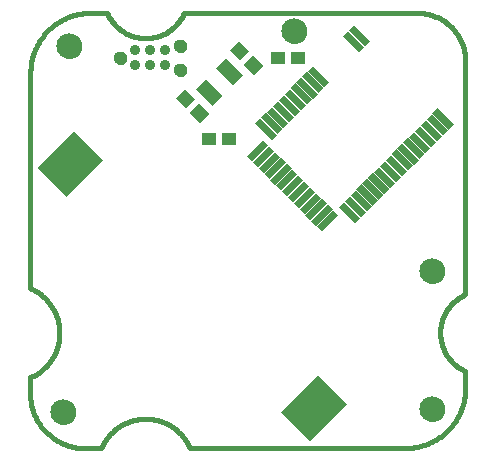
<source format=gts>
G75*
%MOIN*%
%OFA0B0*%
%FSLAX25Y25*%
%IPPOS*%
%LPD*%
%AMOC8*
5,1,8,0,0,1.08239X$1,22.5*
%
%ADD10C,0.00000*%
%ADD11C,0.08400*%
%ADD12C,0.01600*%
%ADD13R,0.17400X0.13400*%
%ADD14C,0.03500*%
%ADD15C,0.04400*%
%ADD16R,0.07683X0.02369*%
%ADD17R,0.02369X0.07683*%
%ADD18R,0.04731X0.04337*%
%ADD19R,0.04731X0.07880*%
D10*
X0027475Y0032412D02*
X0027477Y0032538D01*
X0027483Y0032664D01*
X0027493Y0032790D01*
X0027507Y0032916D01*
X0027525Y0033041D01*
X0027547Y0033165D01*
X0027572Y0033289D01*
X0027602Y0033412D01*
X0027635Y0033533D01*
X0027673Y0033654D01*
X0027714Y0033773D01*
X0027759Y0033892D01*
X0027807Y0034008D01*
X0027859Y0034123D01*
X0027915Y0034236D01*
X0027975Y0034348D01*
X0028038Y0034457D01*
X0028104Y0034565D01*
X0028173Y0034670D01*
X0028246Y0034773D01*
X0028323Y0034874D01*
X0028402Y0034972D01*
X0028484Y0035068D01*
X0028570Y0035161D01*
X0028658Y0035252D01*
X0028749Y0035339D01*
X0028843Y0035424D01*
X0028939Y0035505D01*
X0029038Y0035584D01*
X0029139Y0035659D01*
X0029243Y0035731D01*
X0029349Y0035800D01*
X0029457Y0035866D01*
X0029567Y0035928D01*
X0029679Y0035986D01*
X0029792Y0036041D01*
X0029908Y0036092D01*
X0030025Y0036140D01*
X0030143Y0036184D01*
X0030263Y0036224D01*
X0030384Y0036260D01*
X0030506Y0036293D01*
X0030629Y0036322D01*
X0030753Y0036346D01*
X0030877Y0036367D01*
X0031002Y0036384D01*
X0031128Y0036397D01*
X0031254Y0036406D01*
X0031380Y0036411D01*
X0031507Y0036412D01*
X0031633Y0036409D01*
X0031759Y0036402D01*
X0031885Y0036391D01*
X0032010Y0036376D01*
X0032135Y0036357D01*
X0032259Y0036334D01*
X0032383Y0036308D01*
X0032505Y0036277D01*
X0032627Y0036243D01*
X0032747Y0036204D01*
X0032866Y0036162D01*
X0032984Y0036117D01*
X0033100Y0036067D01*
X0033215Y0036014D01*
X0033327Y0035957D01*
X0033438Y0035897D01*
X0033547Y0035833D01*
X0033654Y0035766D01*
X0033759Y0035696D01*
X0033862Y0035622D01*
X0033962Y0035545D01*
X0034060Y0035465D01*
X0034155Y0035382D01*
X0034247Y0035296D01*
X0034337Y0035207D01*
X0034424Y0035115D01*
X0034507Y0035021D01*
X0034588Y0034924D01*
X0034666Y0034824D01*
X0034741Y0034722D01*
X0034812Y0034618D01*
X0034880Y0034511D01*
X0034944Y0034403D01*
X0035005Y0034292D01*
X0035063Y0034180D01*
X0035117Y0034066D01*
X0035167Y0033950D01*
X0035214Y0033833D01*
X0035257Y0033714D01*
X0035296Y0033594D01*
X0035332Y0033473D01*
X0035363Y0033350D01*
X0035391Y0033227D01*
X0035415Y0033103D01*
X0035435Y0032978D01*
X0035451Y0032853D01*
X0035463Y0032727D01*
X0035471Y0032601D01*
X0035475Y0032475D01*
X0035475Y0032349D01*
X0035471Y0032223D01*
X0035463Y0032097D01*
X0035451Y0031971D01*
X0035435Y0031846D01*
X0035415Y0031721D01*
X0035391Y0031597D01*
X0035363Y0031474D01*
X0035332Y0031351D01*
X0035296Y0031230D01*
X0035257Y0031110D01*
X0035214Y0030991D01*
X0035167Y0030874D01*
X0035117Y0030758D01*
X0035063Y0030644D01*
X0035005Y0030532D01*
X0034944Y0030421D01*
X0034880Y0030313D01*
X0034812Y0030206D01*
X0034741Y0030102D01*
X0034666Y0030000D01*
X0034588Y0029900D01*
X0034507Y0029803D01*
X0034424Y0029709D01*
X0034337Y0029617D01*
X0034247Y0029528D01*
X0034155Y0029442D01*
X0034060Y0029359D01*
X0033962Y0029279D01*
X0033862Y0029202D01*
X0033759Y0029128D01*
X0033654Y0029058D01*
X0033547Y0028991D01*
X0033438Y0028927D01*
X0033327Y0028867D01*
X0033215Y0028810D01*
X0033100Y0028757D01*
X0032984Y0028707D01*
X0032866Y0028662D01*
X0032747Y0028620D01*
X0032627Y0028581D01*
X0032505Y0028547D01*
X0032383Y0028516D01*
X0032259Y0028490D01*
X0032135Y0028467D01*
X0032010Y0028448D01*
X0031885Y0028433D01*
X0031759Y0028422D01*
X0031633Y0028415D01*
X0031507Y0028412D01*
X0031380Y0028413D01*
X0031254Y0028418D01*
X0031128Y0028427D01*
X0031002Y0028440D01*
X0030877Y0028457D01*
X0030753Y0028478D01*
X0030629Y0028502D01*
X0030506Y0028531D01*
X0030384Y0028564D01*
X0030263Y0028600D01*
X0030143Y0028640D01*
X0030025Y0028684D01*
X0029908Y0028732D01*
X0029792Y0028783D01*
X0029679Y0028838D01*
X0029567Y0028896D01*
X0029457Y0028958D01*
X0029349Y0029024D01*
X0029243Y0029093D01*
X0029139Y0029165D01*
X0029038Y0029240D01*
X0028939Y0029319D01*
X0028843Y0029400D01*
X0028749Y0029485D01*
X0028658Y0029572D01*
X0028570Y0029663D01*
X0028484Y0029756D01*
X0028402Y0029852D01*
X0028323Y0029950D01*
X0028246Y0030051D01*
X0028173Y0030154D01*
X0028104Y0030259D01*
X0028038Y0030367D01*
X0027975Y0030476D01*
X0027915Y0030588D01*
X0027859Y0030701D01*
X0027807Y0030816D01*
X0027759Y0030932D01*
X0027714Y0031051D01*
X0027673Y0031170D01*
X0027635Y0031291D01*
X0027602Y0031412D01*
X0027572Y0031535D01*
X0027547Y0031659D01*
X0027525Y0031783D01*
X0027507Y0031908D01*
X0027493Y0032034D01*
X0027483Y0032160D01*
X0027477Y0032286D01*
X0027475Y0032412D01*
X0068475Y0146412D02*
X0068477Y0146501D01*
X0068483Y0146590D01*
X0068493Y0146679D01*
X0068507Y0146767D01*
X0068524Y0146854D01*
X0068546Y0146940D01*
X0068572Y0147026D01*
X0068601Y0147110D01*
X0068634Y0147193D01*
X0068670Y0147274D01*
X0068711Y0147354D01*
X0068754Y0147431D01*
X0068801Y0147507D01*
X0068852Y0147580D01*
X0068905Y0147651D01*
X0068962Y0147720D01*
X0069022Y0147786D01*
X0069085Y0147850D01*
X0069150Y0147910D01*
X0069218Y0147968D01*
X0069289Y0148022D01*
X0069362Y0148073D01*
X0069437Y0148121D01*
X0069514Y0148166D01*
X0069593Y0148207D01*
X0069674Y0148244D01*
X0069756Y0148278D01*
X0069840Y0148309D01*
X0069925Y0148335D01*
X0070011Y0148358D01*
X0070098Y0148376D01*
X0070186Y0148391D01*
X0070275Y0148402D01*
X0070364Y0148409D01*
X0070453Y0148412D01*
X0070542Y0148411D01*
X0070631Y0148406D01*
X0070719Y0148397D01*
X0070808Y0148384D01*
X0070895Y0148367D01*
X0070982Y0148347D01*
X0071068Y0148322D01*
X0071152Y0148294D01*
X0071235Y0148262D01*
X0071317Y0148226D01*
X0071397Y0148187D01*
X0071475Y0148144D01*
X0071551Y0148098D01*
X0071625Y0148048D01*
X0071697Y0147995D01*
X0071766Y0147939D01*
X0071833Y0147880D01*
X0071897Y0147818D01*
X0071958Y0147754D01*
X0072017Y0147686D01*
X0072072Y0147616D01*
X0072124Y0147544D01*
X0072173Y0147469D01*
X0072218Y0147393D01*
X0072260Y0147314D01*
X0072298Y0147234D01*
X0072333Y0147152D01*
X0072364Y0147068D01*
X0072392Y0146983D01*
X0072415Y0146897D01*
X0072435Y0146810D01*
X0072451Y0146723D01*
X0072463Y0146634D01*
X0072471Y0146546D01*
X0072475Y0146457D01*
X0072475Y0146367D01*
X0072471Y0146278D01*
X0072463Y0146190D01*
X0072451Y0146101D01*
X0072435Y0146014D01*
X0072415Y0145927D01*
X0072392Y0145841D01*
X0072364Y0145756D01*
X0072333Y0145672D01*
X0072298Y0145590D01*
X0072260Y0145510D01*
X0072218Y0145431D01*
X0072173Y0145355D01*
X0072124Y0145280D01*
X0072072Y0145208D01*
X0072017Y0145138D01*
X0071958Y0145070D01*
X0071897Y0145006D01*
X0071833Y0144944D01*
X0071766Y0144885D01*
X0071697Y0144829D01*
X0071625Y0144776D01*
X0071551Y0144726D01*
X0071475Y0144680D01*
X0071397Y0144637D01*
X0071317Y0144598D01*
X0071235Y0144562D01*
X0071152Y0144530D01*
X0071068Y0144502D01*
X0070982Y0144477D01*
X0070895Y0144457D01*
X0070808Y0144440D01*
X0070719Y0144427D01*
X0070631Y0144418D01*
X0070542Y0144413D01*
X0070453Y0144412D01*
X0070364Y0144415D01*
X0070275Y0144422D01*
X0070186Y0144433D01*
X0070098Y0144448D01*
X0070011Y0144466D01*
X0069925Y0144489D01*
X0069840Y0144515D01*
X0069756Y0144546D01*
X0069674Y0144580D01*
X0069593Y0144617D01*
X0069514Y0144658D01*
X0069437Y0144703D01*
X0069362Y0144751D01*
X0069289Y0144802D01*
X0069218Y0144856D01*
X0069150Y0144914D01*
X0069085Y0144974D01*
X0069022Y0145038D01*
X0068962Y0145104D01*
X0068905Y0145173D01*
X0068852Y0145244D01*
X0068801Y0145317D01*
X0068754Y0145393D01*
X0068711Y0145470D01*
X0068670Y0145550D01*
X0068634Y0145631D01*
X0068601Y0145714D01*
X0068572Y0145798D01*
X0068546Y0145884D01*
X0068524Y0145970D01*
X0068507Y0146057D01*
X0068493Y0146145D01*
X0068483Y0146234D01*
X0068477Y0146323D01*
X0068475Y0146412D01*
X0068475Y0154412D02*
X0068477Y0154501D01*
X0068483Y0154590D01*
X0068493Y0154679D01*
X0068507Y0154767D01*
X0068524Y0154854D01*
X0068546Y0154940D01*
X0068572Y0155026D01*
X0068601Y0155110D01*
X0068634Y0155193D01*
X0068670Y0155274D01*
X0068711Y0155354D01*
X0068754Y0155431D01*
X0068801Y0155507D01*
X0068852Y0155580D01*
X0068905Y0155651D01*
X0068962Y0155720D01*
X0069022Y0155786D01*
X0069085Y0155850D01*
X0069150Y0155910D01*
X0069218Y0155968D01*
X0069289Y0156022D01*
X0069362Y0156073D01*
X0069437Y0156121D01*
X0069514Y0156166D01*
X0069593Y0156207D01*
X0069674Y0156244D01*
X0069756Y0156278D01*
X0069840Y0156309D01*
X0069925Y0156335D01*
X0070011Y0156358D01*
X0070098Y0156376D01*
X0070186Y0156391D01*
X0070275Y0156402D01*
X0070364Y0156409D01*
X0070453Y0156412D01*
X0070542Y0156411D01*
X0070631Y0156406D01*
X0070719Y0156397D01*
X0070808Y0156384D01*
X0070895Y0156367D01*
X0070982Y0156347D01*
X0071068Y0156322D01*
X0071152Y0156294D01*
X0071235Y0156262D01*
X0071317Y0156226D01*
X0071397Y0156187D01*
X0071475Y0156144D01*
X0071551Y0156098D01*
X0071625Y0156048D01*
X0071697Y0155995D01*
X0071766Y0155939D01*
X0071833Y0155880D01*
X0071897Y0155818D01*
X0071958Y0155754D01*
X0072017Y0155686D01*
X0072072Y0155616D01*
X0072124Y0155544D01*
X0072173Y0155469D01*
X0072218Y0155393D01*
X0072260Y0155314D01*
X0072298Y0155234D01*
X0072333Y0155152D01*
X0072364Y0155068D01*
X0072392Y0154983D01*
X0072415Y0154897D01*
X0072435Y0154810D01*
X0072451Y0154723D01*
X0072463Y0154634D01*
X0072471Y0154546D01*
X0072475Y0154457D01*
X0072475Y0154367D01*
X0072471Y0154278D01*
X0072463Y0154190D01*
X0072451Y0154101D01*
X0072435Y0154014D01*
X0072415Y0153927D01*
X0072392Y0153841D01*
X0072364Y0153756D01*
X0072333Y0153672D01*
X0072298Y0153590D01*
X0072260Y0153510D01*
X0072218Y0153431D01*
X0072173Y0153355D01*
X0072124Y0153280D01*
X0072072Y0153208D01*
X0072017Y0153138D01*
X0071958Y0153070D01*
X0071897Y0153006D01*
X0071833Y0152944D01*
X0071766Y0152885D01*
X0071697Y0152829D01*
X0071625Y0152776D01*
X0071551Y0152726D01*
X0071475Y0152680D01*
X0071397Y0152637D01*
X0071317Y0152598D01*
X0071235Y0152562D01*
X0071152Y0152530D01*
X0071068Y0152502D01*
X0070982Y0152477D01*
X0070895Y0152457D01*
X0070808Y0152440D01*
X0070719Y0152427D01*
X0070631Y0152418D01*
X0070542Y0152413D01*
X0070453Y0152412D01*
X0070364Y0152415D01*
X0070275Y0152422D01*
X0070186Y0152433D01*
X0070098Y0152448D01*
X0070011Y0152466D01*
X0069925Y0152489D01*
X0069840Y0152515D01*
X0069756Y0152546D01*
X0069674Y0152580D01*
X0069593Y0152617D01*
X0069514Y0152658D01*
X0069437Y0152703D01*
X0069362Y0152751D01*
X0069289Y0152802D01*
X0069218Y0152856D01*
X0069150Y0152914D01*
X0069085Y0152974D01*
X0069022Y0153038D01*
X0068962Y0153104D01*
X0068905Y0153173D01*
X0068852Y0153244D01*
X0068801Y0153317D01*
X0068754Y0153393D01*
X0068711Y0153470D01*
X0068670Y0153550D01*
X0068634Y0153631D01*
X0068601Y0153714D01*
X0068572Y0153798D01*
X0068546Y0153884D01*
X0068524Y0153970D01*
X0068507Y0154057D01*
X0068493Y0154145D01*
X0068483Y0154234D01*
X0068477Y0154323D01*
X0068475Y0154412D01*
X0048475Y0150412D02*
X0048477Y0150501D01*
X0048483Y0150590D01*
X0048493Y0150679D01*
X0048507Y0150767D01*
X0048524Y0150854D01*
X0048546Y0150940D01*
X0048572Y0151026D01*
X0048601Y0151110D01*
X0048634Y0151193D01*
X0048670Y0151274D01*
X0048711Y0151354D01*
X0048754Y0151431D01*
X0048801Y0151507D01*
X0048852Y0151580D01*
X0048905Y0151651D01*
X0048962Y0151720D01*
X0049022Y0151786D01*
X0049085Y0151850D01*
X0049150Y0151910D01*
X0049218Y0151968D01*
X0049289Y0152022D01*
X0049362Y0152073D01*
X0049437Y0152121D01*
X0049514Y0152166D01*
X0049593Y0152207D01*
X0049674Y0152244D01*
X0049756Y0152278D01*
X0049840Y0152309D01*
X0049925Y0152335D01*
X0050011Y0152358D01*
X0050098Y0152376D01*
X0050186Y0152391D01*
X0050275Y0152402D01*
X0050364Y0152409D01*
X0050453Y0152412D01*
X0050542Y0152411D01*
X0050631Y0152406D01*
X0050719Y0152397D01*
X0050808Y0152384D01*
X0050895Y0152367D01*
X0050982Y0152347D01*
X0051068Y0152322D01*
X0051152Y0152294D01*
X0051235Y0152262D01*
X0051317Y0152226D01*
X0051397Y0152187D01*
X0051475Y0152144D01*
X0051551Y0152098D01*
X0051625Y0152048D01*
X0051697Y0151995D01*
X0051766Y0151939D01*
X0051833Y0151880D01*
X0051897Y0151818D01*
X0051958Y0151754D01*
X0052017Y0151686D01*
X0052072Y0151616D01*
X0052124Y0151544D01*
X0052173Y0151469D01*
X0052218Y0151393D01*
X0052260Y0151314D01*
X0052298Y0151234D01*
X0052333Y0151152D01*
X0052364Y0151068D01*
X0052392Y0150983D01*
X0052415Y0150897D01*
X0052435Y0150810D01*
X0052451Y0150723D01*
X0052463Y0150634D01*
X0052471Y0150546D01*
X0052475Y0150457D01*
X0052475Y0150367D01*
X0052471Y0150278D01*
X0052463Y0150190D01*
X0052451Y0150101D01*
X0052435Y0150014D01*
X0052415Y0149927D01*
X0052392Y0149841D01*
X0052364Y0149756D01*
X0052333Y0149672D01*
X0052298Y0149590D01*
X0052260Y0149510D01*
X0052218Y0149431D01*
X0052173Y0149355D01*
X0052124Y0149280D01*
X0052072Y0149208D01*
X0052017Y0149138D01*
X0051958Y0149070D01*
X0051897Y0149006D01*
X0051833Y0148944D01*
X0051766Y0148885D01*
X0051697Y0148829D01*
X0051625Y0148776D01*
X0051551Y0148726D01*
X0051475Y0148680D01*
X0051397Y0148637D01*
X0051317Y0148598D01*
X0051235Y0148562D01*
X0051152Y0148530D01*
X0051068Y0148502D01*
X0050982Y0148477D01*
X0050895Y0148457D01*
X0050808Y0148440D01*
X0050719Y0148427D01*
X0050631Y0148418D01*
X0050542Y0148413D01*
X0050453Y0148412D01*
X0050364Y0148415D01*
X0050275Y0148422D01*
X0050186Y0148433D01*
X0050098Y0148448D01*
X0050011Y0148466D01*
X0049925Y0148489D01*
X0049840Y0148515D01*
X0049756Y0148546D01*
X0049674Y0148580D01*
X0049593Y0148617D01*
X0049514Y0148658D01*
X0049437Y0148703D01*
X0049362Y0148751D01*
X0049289Y0148802D01*
X0049218Y0148856D01*
X0049150Y0148914D01*
X0049085Y0148974D01*
X0049022Y0149038D01*
X0048962Y0149104D01*
X0048905Y0149173D01*
X0048852Y0149244D01*
X0048801Y0149317D01*
X0048754Y0149393D01*
X0048711Y0149470D01*
X0048670Y0149550D01*
X0048634Y0149631D01*
X0048601Y0149714D01*
X0048572Y0149798D01*
X0048546Y0149884D01*
X0048524Y0149970D01*
X0048507Y0150057D01*
X0048493Y0150145D01*
X0048483Y0150234D01*
X0048477Y0150323D01*
X0048475Y0150412D01*
X0029475Y0154412D02*
X0029477Y0154538D01*
X0029483Y0154664D01*
X0029493Y0154790D01*
X0029507Y0154916D01*
X0029525Y0155041D01*
X0029547Y0155165D01*
X0029572Y0155289D01*
X0029602Y0155412D01*
X0029635Y0155533D01*
X0029673Y0155654D01*
X0029714Y0155773D01*
X0029759Y0155892D01*
X0029807Y0156008D01*
X0029859Y0156123D01*
X0029915Y0156236D01*
X0029975Y0156348D01*
X0030038Y0156457D01*
X0030104Y0156565D01*
X0030173Y0156670D01*
X0030246Y0156773D01*
X0030323Y0156874D01*
X0030402Y0156972D01*
X0030484Y0157068D01*
X0030570Y0157161D01*
X0030658Y0157252D01*
X0030749Y0157339D01*
X0030843Y0157424D01*
X0030939Y0157505D01*
X0031038Y0157584D01*
X0031139Y0157659D01*
X0031243Y0157731D01*
X0031349Y0157800D01*
X0031457Y0157866D01*
X0031567Y0157928D01*
X0031679Y0157986D01*
X0031792Y0158041D01*
X0031908Y0158092D01*
X0032025Y0158140D01*
X0032143Y0158184D01*
X0032263Y0158224D01*
X0032384Y0158260D01*
X0032506Y0158293D01*
X0032629Y0158322D01*
X0032753Y0158346D01*
X0032877Y0158367D01*
X0033002Y0158384D01*
X0033128Y0158397D01*
X0033254Y0158406D01*
X0033380Y0158411D01*
X0033507Y0158412D01*
X0033633Y0158409D01*
X0033759Y0158402D01*
X0033885Y0158391D01*
X0034010Y0158376D01*
X0034135Y0158357D01*
X0034259Y0158334D01*
X0034383Y0158308D01*
X0034505Y0158277D01*
X0034627Y0158243D01*
X0034747Y0158204D01*
X0034866Y0158162D01*
X0034984Y0158117D01*
X0035100Y0158067D01*
X0035215Y0158014D01*
X0035327Y0157957D01*
X0035438Y0157897D01*
X0035547Y0157833D01*
X0035654Y0157766D01*
X0035759Y0157696D01*
X0035862Y0157622D01*
X0035962Y0157545D01*
X0036060Y0157465D01*
X0036155Y0157382D01*
X0036247Y0157296D01*
X0036337Y0157207D01*
X0036424Y0157115D01*
X0036507Y0157021D01*
X0036588Y0156924D01*
X0036666Y0156824D01*
X0036741Y0156722D01*
X0036812Y0156618D01*
X0036880Y0156511D01*
X0036944Y0156403D01*
X0037005Y0156292D01*
X0037063Y0156180D01*
X0037117Y0156066D01*
X0037167Y0155950D01*
X0037214Y0155833D01*
X0037257Y0155714D01*
X0037296Y0155594D01*
X0037332Y0155473D01*
X0037363Y0155350D01*
X0037391Y0155227D01*
X0037415Y0155103D01*
X0037435Y0154978D01*
X0037451Y0154853D01*
X0037463Y0154727D01*
X0037471Y0154601D01*
X0037475Y0154475D01*
X0037475Y0154349D01*
X0037471Y0154223D01*
X0037463Y0154097D01*
X0037451Y0153971D01*
X0037435Y0153846D01*
X0037415Y0153721D01*
X0037391Y0153597D01*
X0037363Y0153474D01*
X0037332Y0153351D01*
X0037296Y0153230D01*
X0037257Y0153110D01*
X0037214Y0152991D01*
X0037167Y0152874D01*
X0037117Y0152758D01*
X0037063Y0152644D01*
X0037005Y0152532D01*
X0036944Y0152421D01*
X0036880Y0152313D01*
X0036812Y0152206D01*
X0036741Y0152102D01*
X0036666Y0152000D01*
X0036588Y0151900D01*
X0036507Y0151803D01*
X0036424Y0151709D01*
X0036337Y0151617D01*
X0036247Y0151528D01*
X0036155Y0151442D01*
X0036060Y0151359D01*
X0035962Y0151279D01*
X0035862Y0151202D01*
X0035759Y0151128D01*
X0035654Y0151058D01*
X0035547Y0150991D01*
X0035438Y0150927D01*
X0035327Y0150867D01*
X0035215Y0150810D01*
X0035100Y0150757D01*
X0034984Y0150707D01*
X0034866Y0150662D01*
X0034747Y0150620D01*
X0034627Y0150581D01*
X0034505Y0150547D01*
X0034383Y0150516D01*
X0034259Y0150490D01*
X0034135Y0150467D01*
X0034010Y0150448D01*
X0033885Y0150433D01*
X0033759Y0150422D01*
X0033633Y0150415D01*
X0033507Y0150412D01*
X0033380Y0150413D01*
X0033254Y0150418D01*
X0033128Y0150427D01*
X0033002Y0150440D01*
X0032877Y0150457D01*
X0032753Y0150478D01*
X0032629Y0150502D01*
X0032506Y0150531D01*
X0032384Y0150564D01*
X0032263Y0150600D01*
X0032143Y0150640D01*
X0032025Y0150684D01*
X0031908Y0150732D01*
X0031792Y0150783D01*
X0031679Y0150838D01*
X0031567Y0150896D01*
X0031457Y0150958D01*
X0031349Y0151024D01*
X0031243Y0151093D01*
X0031139Y0151165D01*
X0031038Y0151240D01*
X0030939Y0151319D01*
X0030843Y0151400D01*
X0030749Y0151485D01*
X0030658Y0151572D01*
X0030570Y0151663D01*
X0030484Y0151756D01*
X0030402Y0151852D01*
X0030323Y0151950D01*
X0030246Y0152051D01*
X0030173Y0152154D01*
X0030104Y0152259D01*
X0030038Y0152367D01*
X0029975Y0152476D01*
X0029915Y0152588D01*
X0029859Y0152701D01*
X0029807Y0152816D01*
X0029759Y0152932D01*
X0029714Y0153051D01*
X0029673Y0153170D01*
X0029635Y0153291D01*
X0029602Y0153412D01*
X0029572Y0153535D01*
X0029547Y0153659D01*
X0029525Y0153783D01*
X0029507Y0153908D01*
X0029493Y0154034D01*
X0029483Y0154160D01*
X0029477Y0154286D01*
X0029475Y0154412D01*
X0104475Y0159412D02*
X0104477Y0159538D01*
X0104483Y0159664D01*
X0104493Y0159790D01*
X0104507Y0159916D01*
X0104525Y0160041D01*
X0104547Y0160165D01*
X0104572Y0160289D01*
X0104602Y0160412D01*
X0104635Y0160533D01*
X0104673Y0160654D01*
X0104714Y0160773D01*
X0104759Y0160892D01*
X0104807Y0161008D01*
X0104859Y0161123D01*
X0104915Y0161236D01*
X0104975Y0161348D01*
X0105038Y0161457D01*
X0105104Y0161565D01*
X0105173Y0161670D01*
X0105246Y0161773D01*
X0105323Y0161874D01*
X0105402Y0161972D01*
X0105484Y0162068D01*
X0105570Y0162161D01*
X0105658Y0162252D01*
X0105749Y0162339D01*
X0105843Y0162424D01*
X0105939Y0162505D01*
X0106038Y0162584D01*
X0106139Y0162659D01*
X0106243Y0162731D01*
X0106349Y0162800D01*
X0106457Y0162866D01*
X0106567Y0162928D01*
X0106679Y0162986D01*
X0106792Y0163041D01*
X0106908Y0163092D01*
X0107025Y0163140D01*
X0107143Y0163184D01*
X0107263Y0163224D01*
X0107384Y0163260D01*
X0107506Y0163293D01*
X0107629Y0163322D01*
X0107753Y0163346D01*
X0107877Y0163367D01*
X0108002Y0163384D01*
X0108128Y0163397D01*
X0108254Y0163406D01*
X0108380Y0163411D01*
X0108507Y0163412D01*
X0108633Y0163409D01*
X0108759Y0163402D01*
X0108885Y0163391D01*
X0109010Y0163376D01*
X0109135Y0163357D01*
X0109259Y0163334D01*
X0109383Y0163308D01*
X0109505Y0163277D01*
X0109627Y0163243D01*
X0109747Y0163204D01*
X0109866Y0163162D01*
X0109984Y0163117D01*
X0110100Y0163067D01*
X0110215Y0163014D01*
X0110327Y0162957D01*
X0110438Y0162897D01*
X0110547Y0162833D01*
X0110654Y0162766D01*
X0110759Y0162696D01*
X0110862Y0162622D01*
X0110962Y0162545D01*
X0111060Y0162465D01*
X0111155Y0162382D01*
X0111247Y0162296D01*
X0111337Y0162207D01*
X0111424Y0162115D01*
X0111507Y0162021D01*
X0111588Y0161924D01*
X0111666Y0161824D01*
X0111741Y0161722D01*
X0111812Y0161618D01*
X0111880Y0161511D01*
X0111944Y0161403D01*
X0112005Y0161292D01*
X0112063Y0161180D01*
X0112117Y0161066D01*
X0112167Y0160950D01*
X0112214Y0160833D01*
X0112257Y0160714D01*
X0112296Y0160594D01*
X0112332Y0160473D01*
X0112363Y0160350D01*
X0112391Y0160227D01*
X0112415Y0160103D01*
X0112435Y0159978D01*
X0112451Y0159853D01*
X0112463Y0159727D01*
X0112471Y0159601D01*
X0112475Y0159475D01*
X0112475Y0159349D01*
X0112471Y0159223D01*
X0112463Y0159097D01*
X0112451Y0158971D01*
X0112435Y0158846D01*
X0112415Y0158721D01*
X0112391Y0158597D01*
X0112363Y0158474D01*
X0112332Y0158351D01*
X0112296Y0158230D01*
X0112257Y0158110D01*
X0112214Y0157991D01*
X0112167Y0157874D01*
X0112117Y0157758D01*
X0112063Y0157644D01*
X0112005Y0157532D01*
X0111944Y0157421D01*
X0111880Y0157313D01*
X0111812Y0157206D01*
X0111741Y0157102D01*
X0111666Y0157000D01*
X0111588Y0156900D01*
X0111507Y0156803D01*
X0111424Y0156709D01*
X0111337Y0156617D01*
X0111247Y0156528D01*
X0111155Y0156442D01*
X0111060Y0156359D01*
X0110962Y0156279D01*
X0110862Y0156202D01*
X0110759Y0156128D01*
X0110654Y0156058D01*
X0110547Y0155991D01*
X0110438Y0155927D01*
X0110327Y0155867D01*
X0110215Y0155810D01*
X0110100Y0155757D01*
X0109984Y0155707D01*
X0109866Y0155662D01*
X0109747Y0155620D01*
X0109627Y0155581D01*
X0109505Y0155547D01*
X0109383Y0155516D01*
X0109259Y0155490D01*
X0109135Y0155467D01*
X0109010Y0155448D01*
X0108885Y0155433D01*
X0108759Y0155422D01*
X0108633Y0155415D01*
X0108507Y0155412D01*
X0108380Y0155413D01*
X0108254Y0155418D01*
X0108128Y0155427D01*
X0108002Y0155440D01*
X0107877Y0155457D01*
X0107753Y0155478D01*
X0107629Y0155502D01*
X0107506Y0155531D01*
X0107384Y0155564D01*
X0107263Y0155600D01*
X0107143Y0155640D01*
X0107025Y0155684D01*
X0106908Y0155732D01*
X0106792Y0155783D01*
X0106679Y0155838D01*
X0106567Y0155896D01*
X0106457Y0155958D01*
X0106349Y0156024D01*
X0106243Y0156093D01*
X0106139Y0156165D01*
X0106038Y0156240D01*
X0105939Y0156319D01*
X0105843Y0156400D01*
X0105749Y0156485D01*
X0105658Y0156572D01*
X0105570Y0156663D01*
X0105484Y0156756D01*
X0105402Y0156852D01*
X0105323Y0156950D01*
X0105246Y0157051D01*
X0105173Y0157154D01*
X0105104Y0157259D01*
X0105038Y0157367D01*
X0104975Y0157476D01*
X0104915Y0157588D01*
X0104859Y0157701D01*
X0104807Y0157816D01*
X0104759Y0157932D01*
X0104714Y0158051D01*
X0104673Y0158170D01*
X0104635Y0158291D01*
X0104602Y0158412D01*
X0104572Y0158535D01*
X0104547Y0158659D01*
X0104525Y0158783D01*
X0104507Y0158908D01*
X0104493Y0159034D01*
X0104483Y0159160D01*
X0104477Y0159286D01*
X0104475Y0159412D01*
X0150475Y0079412D02*
X0150477Y0079538D01*
X0150483Y0079664D01*
X0150493Y0079790D01*
X0150507Y0079916D01*
X0150525Y0080041D01*
X0150547Y0080165D01*
X0150572Y0080289D01*
X0150602Y0080412D01*
X0150635Y0080533D01*
X0150673Y0080654D01*
X0150714Y0080773D01*
X0150759Y0080892D01*
X0150807Y0081008D01*
X0150859Y0081123D01*
X0150915Y0081236D01*
X0150975Y0081348D01*
X0151038Y0081457D01*
X0151104Y0081565D01*
X0151173Y0081670D01*
X0151246Y0081773D01*
X0151323Y0081874D01*
X0151402Y0081972D01*
X0151484Y0082068D01*
X0151570Y0082161D01*
X0151658Y0082252D01*
X0151749Y0082339D01*
X0151843Y0082424D01*
X0151939Y0082505D01*
X0152038Y0082584D01*
X0152139Y0082659D01*
X0152243Y0082731D01*
X0152349Y0082800D01*
X0152457Y0082866D01*
X0152567Y0082928D01*
X0152679Y0082986D01*
X0152792Y0083041D01*
X0152908Y0083092D01*
X0153025Y0083140D01*
X0153143Y0083184D01*
X0153263Y0083224D01*
X0153384Y0083260D01*
X0153506Y0083293D01*
X0153629Y0083322D01*
X0153753Y0083346D01*
X0153877Y0083367D01*
X0154002Y0083384D01*
X0154128Y0083397D01*
X0154254Y0083406D01*
X0154380Y0083411D01*
X0154507Y0083412D01*
X0154633Y0083409D01*
X0154759Y0083402D01*
X0154885Y0083391D01*
X0155010Y0083376D01*
X0155135Y0083357D01*
X0155259Y0083334D01*
X0155383Y0083308D01*
X0155505Y0083277D01*
X0155627Y0083243D01*
X0155747Y0083204D01*
X0155866Y0083162D01*
X0155984Y0083117D01*
X0156100Y0083067D01*
X0156215Y0083014D01*
X0156327Y0082957D01*
X0156438Y0082897D01*
X0156547Y0082833D01*
X0156654Y0082766D01*
X0156759Y0082696D01*
X0156862Y0082622D01*
X0156962Y0082545D01*
X0157060Y0082465D01*
X0157155Y0082382D01*
X0157247Y0082296D01*
X0157337Y0082207D01*
X0157424Y0082115D01*
X0157507Y0082021D01*
X0157588Y0081924D01*
X0157666Y0081824D01*
X0157741Y0081722D01*
X0157812Y0081618D01*
X0157880Y0081511D01*
X0157944Y0081403D01*
X0158005Y0081292D01*
X0158063Y0081180D01*
X0158117Y0081066D01*
X0158167Y0080950D01*
X0158214Y0080833D01*
X0158257Y0080714D01*
X0158296Y0080594D01*
X0158332Y0080473D01*
X0158363Y0080350D01*
X0158391Y0080227D01*
X0158415Y0080103D01*
X0158435Y0079978D01*
X0158451Y0079853D01*
X0158463Y0079727D01*
X0158471Y0079601D01*
X0158475Y0079475D01*
X0158475Y0079349D01*
X0158471Y0079223D01*
X0158463Y0079097D01*
X0158451Y0078971D01*
X0158435Y0078846D01*
X0158415Y0078721D01*
X0158391Y0078597D01*
X0158363Y0078474D01*
X0158332Y0078351D01*
X0158296Y0078230D01*
X0158257Y0078110D01*
X0158214Y0077991D01*
X0158167Y0077874D01*
X0158117Y0077758D01*
X0158063Y0077644D01*
X0158005Y0077532D01*
X0157944Y0077421D01*
X0157880Y0077313D01*
X0157812Y0077206D01*
X0157741Y0077102D01*
X0157666Y0077000D01*
X0157588Y0076900D01*
X0157507Y0076803D01*
X0157424Y0076709D01*
X0157337Y0076617D01*
X0157247Y0076528D01*
X0157155Y0076442D01*
X0157060Y0076359D01*
X0156962Y0076279D01*
X0156862Y0076202D01*
X0156759Y0076128D01*
X0156654Y0076058D01*
X0156547Y0075991D01*
X0156438Y0075927D01*
X0156327Y0075867D01*
X0156215Y0075810D01*
X0156100Y0075757D01*
X0155984Y0075707D01*
X0155866Y0075662D01*
X0155747Y0075620D01*
X0155627Y0075581D01*
X0155505Y0075547D01*
X0155383Y0075516D01*
X0155259Y0075490D01*
X0155135Y0075467D01*
X0155010Y0075448D01*
X0154885Y0075433D01*
X0154759Y0075422D01*
X0154633Y0075415D01*
X0154507Y0075412D01*
X0154380Y0075413D01*
X0154254Y0075418D01*
X0154128Y0075427D01*
X0154002Y0075440D01*
X0153877Y0075457D01*
X0153753Y0075478D01*
X0153629Y0075502D01*
X0153506Y0075531D01*
X0153384Y0075564D01*
X0153263Y0075600D01*
X0153143Y0075640D01*
X0153025Y0075684D01*
X0152908Y0075732D01*
X0152792Y0075783D01*
X0152679Y0075838D01*
X0152567Y0075896D01*
X0152457Y0075958D01*
X0152349Y0076024D01*
X0152243Y0076093D01*
X0152139Y0076165D01*
X0152038Y0076240D01*
X0151939Y0076319D01*
X0151843Y0076400D01*
X0151749Y0076485D01*
X0151658Y0076572D01*
X0151570Y0076663D01*
X0151484Y0076756D01*
X0151402Y0076852D01*
X0151323Y0076950D01*
X0151246Y0077051D01*
X0151173Y0077154D01*
X0151104Y0077259D01*
X0151038Y0077367D01*
X0150975Y0077476D01*
X0150915Y0077588D01*
X0150859Y0077701D01*
X0150807Y0077816D01*
X0150759Y0077932D01*
X0150714Y0078051D01*
X0150673Y0078170D01*
X0150635Y0078291D01*
X0150602Y0078412D01*
X0150572Y0078535D01*
X0150547Y0078659D01*
X0150525Y0078783D01*
X0150507Y0078908D01*
X0150493Y0079034D01*
X0150483Y0079160D01*
X0150477Y0079286D01*
X0150475Y0079412D01*
X0150475Y0033412D02*
X0150477Y0033538D01*
X0150483Y0033664D01*
X0150493Y0033790D01*
X0150507Y0033916D01*
X0150525Y0034041D01*
X0150547Y0034165D01*
X0150572Y0034289D01*
X0150602Y0034412D01*
X0150635Y0034533D01*
X0150673Y0034654D01*
X0150714Y0034773D01*
X0150759Y0034892D01*
X0150807Y0035008D01*
X0150859Y0035123D01*
X0150915Y0035236D01*
X0150975Y0035348D01*
X0151038Y0035457D01*
X0151104Y0035565D01*
X0151173Y0035670D01*
X0151246Y0035773D01*
X0151323Y0035874D01*
X0151402Y0035972D01*
X0151484Y0036068D01*
X0151570Y0036161D01*
X0151658Y0036252D01*
X0151749Y0036339D01*
X0151843Y0036424D01*
X0151939Y0036505D01*
X0152038Y0036584D01*
X0152139Y0036659D01*
X0152243Y0036731D01*
X0152349Y0036800D01*
X0152457Y0036866D01*
X0152567Y0036928D01*
X0152679Y0036986D01*
X0152792Y0037041D01*
X0152908Y0037092D01*
X0153025Y0037140D01*
X0153143Y0037184D01*
X0153263Y0037224D01*
X0153384Y0037260D01*
X0153506Y0037293D01*
X0153629Y0037322D01*
X0153753Y0037346D01*
X0153877Y0037367D01*
X0154002Y0037384D01*
X0154128Y0037397D01*
X0154254Y0037406D01*
X0154380Y0037411D01*
X0154507Y0037412D01*
X0154633Y0037409D01*
X0154759Y0037402D01*
X0154885Y0037391D01*
X0155010Y0037376D01*
X0155135Y0037357D01*
X0155259Y0037334D01*
X0155383Y0037308D01*
X0155505Y0037277D01*
X0155627Y0037243D01*
X0155747Y0037204D01*
X0155866Y0037162D01*
X0155984Y0037117D01*
X0156100Y0037067D01*
X0156215Y0037014D01*
X0156327Y0036957D01*
X0156438Y0036897D01*
X0156547Y0036833D01*
X0156654Y0036766D01*
X0156759Y0036696D01*
X0156862Y0036622D01*
X0156962Y0036545D01*
X0157060Y0036465D01*
X0157155Y0036382D01*
X0157247Y0036296D01*
X0157337Y0036207D01*
X0157424Y0036115D01*
X0157507Y0036021D01*
X0157588Y0035924D01*
X0157666Y0035824D01*
X0157741Y0035722D01*
X0157812Y0035618D01*
X0157880Y0035511D01*
X0157944Y0035403D01*
X0158005Y0035292D01*
X0158063Y0035180D01*
X0158117Y0035066D01*
X0158167Y0034950D01*
X0158214Y0034833D01*
X0158257Y0034714D01*
X0158296Y0034594D01*
X0158332Y0034473D01*
X0158363Y0034350D01*
X0158391Y0034227D01*
X0158415Y0034103D01*
X0158435Y0033978D01*
X0158451Y0033853D01*
X0158463Y0033727D01*
X0158471Y0033601D01*
X0158475Y0033475D01*
X0158475Y0033349D01*
X0158471Y0033223D01*
X0158463Y0033097D01*
X0158451Y0032971D01*
X0158435Y0032846D01*
X0158415Y0032721D01*
X0158391Y0032597D01*
X0158363Y0032474D01*
X0158332Y0032351D01*
X0158296Y0032230D01*
X0158257Y0032110D01*
X0158214Y0031991D01*
X0158167Y0031874D01*
X0158117Y0031758D01*
X0158063Y0031644D01*
X0158005Y0031532D01*
X0157944Y0031421D01*
X0157880Y0031313D01*
X0157812Y0031206D01*
X0157741Y0031102D01*
X0157666Y0031000D01*
X0157588Y0030900D01*
X0157507Y0030803D01*
X0157424Y0030709D01*
X0157337Y0030617D01*
X0157247Y0030528D01*
X0157155Y0030442D01*
X0157060Y0030359D01*
X0156962Y0030279D01*
X0156862Y0030202D01*
X0156759Y0030128D01*
X0156654Y0030058D01*
X0156547Y0029991D01*
X0156438Y0029927D01*
X0156327Y0029867D01*
X0156215Y0029810D01*
X0156100Y0029757D01*
X0155984Y0029707D01*
X0155866Y0029662D01*
X0155747Y0029620D01*
X0155627Y0029581D01*
X0155505Y0029547D01*
X0155383Y0029516D01*
X0155259Y0029490D01*
X0155135Y0029467D01*
X0155010Y0029448D01*
X0154885Y0029433D01*
X0154759Y0029422D01*
X0154633Y0029415D01*
X0154507Y0029412D01*
X0154380Y0029413D01*
X0154254Y0029418D01*
X0154128Y0029427D01*
X0154002Y0029440D01*
X0153877Y0029457D01*
X0153753Y0029478D01*
X0153629Y0029502D01*
X0153506Y0029531D01*
X0153384Y0029564D01*
X0153263Y0029600D01*
X0153143Y0029640D01*
X0153025Y0029684D01*
X0152908Y0029732D01*
X0152792Y0029783D01*
X0152679Y0029838D01*
X0152567Y0029896D01*
X0152457Y0029958D01*
X0152349Y0030024D01*
X0152243Y0030093D01*
X0152139Y0030165D01*
X0152038Y0030240D01*
X0151939Y0030319D01*
X0151843Y0030400D01*
X0151749Y0030485D01*
X0151658Y0030572D01*
X0151570Y0030663D01*
X0151484Y0030756D01*
X0151402Y0030852D01*
X0151323Y0030950D01*
X0151246Y0031051D01*
X0151173Y0031154D01*
X0151104Y0031259D01*
X0151038Y0031367D01*
X0150975Y0031476D01*
X0150915Y0031588D01*
X0150859Y0031701D01*
X0150807Y0031816D01*
X0150759Y0031932D01*
X0150714Y0032051D01*
X0150673Y0032170D01*
X0150635Y0032291D01*
X0150602Y0032412D01*
X0150572Y0032535D01*
X0150547Y0032659D01*
X0150525Y0032783D01*
X0150507Y0032908D01*
X0150493Y0033034D01*
X0150483Y0033160D01*
X0150477Y0033286D01*
X0150475Y0033412D01*
D11*
X0031475Y0032412D03*
X0033475Y0154412D03*
X0108475Y0159412D03*
X0154475Y0079412D03*
X0154475Y0033412D03*
D12*
X0165475Y0040412D02*
X0165469Y0039929D01*
X0165452Y0039446D01*
X0165422Y0038963D01*
X0165382Y0038482D01*
X0165329Y0038001D01*
X0165265Y0037522D01*
X0165190Y0037045D01*
X0165102Y0036569D01*
X0165004Y0036096D01*
X0164894Y0035626D01*
X0164773Y0035158D01*
X0164640Y0034693D01*
X0164496Y0034232D01*
X0164341Y0033774D01*
X0164175Y0033320D01*
X0163998Y0032870D01*
X0163811Y0032425D01*
X0163612Y0031984D01*
X0163404Y0031548D01*
X0163184Y0031118D01*
X0162954Y0030692D01*
X0162714Y0030273D01*
X0162464Y0029859D01*
X0162204Y0029452D01*
X0161935Y0029051D01*
X0161655Y0028656D01*
X0161367Y0028269D01*
X0161068Y0027888D01*
X0160761Y0027515D01*
X0160445Y0027150D01*
X0160120Y0026792D01*
X0159787Y0026442D01*
X0159445Y0026100D01*
X0159095Y0025767D01*
X0158737Y0025442D01*
X0158372Y0025126D01*
X0157999Y0024819D01*
X0157618Y0024520D01*
X0157231Y0024232D01*
X0156836Y0023952D01*
X0156435Y0023683D01*
X0156028Y0023423D01*
X0155614Y0023173D01*
X0155195Y0022933D01*
X0154769Y0022703D01*
X0154339Y0022483D01*
X0153903Y0022275D01*
X0153462Y0022076D01*
X0153017Y0021889D01*
X0152567Y0021712D01*
X0152113Y0021546D01*
X0151655Y0021391D01*
X0151194Y0021247D01*
X0150729Y0021114D01*
X0150261Y0020993D01*
X0149791Y0020883D01*
X0149318Y0020785D01*
X0148842Y0020697D01*
X0148365Y0020622D01*
X0147886Y0020558D01*
X0147405Y0020505D01*
X0146924Y0020465D01*
X0146441Y0020435D01*
X0145958Y0020418D01*
X0145475Y0020412D01*
X0073656Y0020412D01*
X0073657Y0020412D02*
X0073495Y0020772D01*
X0073325Y0021128D01*
X0073147Y0021480D01*
X0072960Y0021827D01*
X0072764Y0022170D01*
X0072560Y0022507D01*
X0072348Y0022840D01*
X0072128Y0023167D01*
X0071899Y0023489D01*
X0071663Y0023805D01*
X0071420Y0024115D01*
X0071169Y0024419D01*
X0070910Y0024717D01*
X0070645Y0025008D01*
X0070372Y0025293D01*
X0070092Y0025572D01*
X0069806Y0025843D01*
X0069513Y0026107D01*
X0069214Y0026364D01*
X0068908Y0026613D01*
X0068597Y0026855D01*
X0068279Y0027090D01*
X0067956Y0027316D01*
X0067628Y0027534D01*
X0067294Y0027745D01*
X0066956Y0027947D01*
X0066612Y0028141D01*
X0066264Y0028326D01*
X0065911Y0028503D01*
X0065555Y0028671D01*
X0065194Y0028830D01*
X0064829Y0028981D01*
X0064461Y0029122D01*
X0064090Y0029255D01*
X0063715Y0029378D01*
X0063337Y0029492D01*
X0062957Y0029597D01*
X0062574Y0029693D01*
X0062190Y0029779D01*
X0061803Y0029855D01*
X0061414Y0029923D01*
X0061024Y0029980D01*
X0060632Y0030028D01*
X0060240Y0030067D01*
X0059846Y0030096D01*
X0059453Y0030115D01*
X0059058Y0030125D01*
X0058664Y0030125D01*
X0058269Y0030115D01*
X0057876Y0030096D01*
X0057482Y0030067D01*
X0057090Y0030028D01*
X0056698Y0029980D01*
X0056308Y0029923D01*
X0055919Y0029855D01*
X0055532Y0029779D01*
X0055148Y0029693D01*
X0054765Y0029597D01*
X0054385Y0029492D01*
X0054007Y0029378D01*
X0053632Y0029255D01*
X0053261Y0029122D01*
X0052893Y0028981D01*
X0052528Y0028830D01*
X0052167Y0028671D01*
X0051811Y0028503D01*
X0051458Y0028326D01*
X0051110Y0028141D01*
X0050766Y0027947D01*
X0050428Y0027745D01*
X0050094Y0027534D01*
X0049766Y0027316D01*
X0049443Y0027090D01*
X0049125Y0026855D01*
X0048814Y0026613D01*
X0048508Y0026364D01*
X0048209Y0026107D01*
X0047916Y0025843D01*
X0047630Y0025572D01*
X0047350Y0025293D01*
X0047077Y0025008D01*
X0046812Y0024717D01*
X0046553Y0024419D01*
X0046302Y0024115D01*
X0046059Y0023805D01*
X0045823Y0023489D01*
X0045594Y0023167D01*
X0045374Y0022840D01*
X0045162Y0022507D01*
X0044958Y0022170D01*
X0044762Y0021827D01*
X0044575Y0021480D01*
X0044397Y0021128D01*
X0044227Y0020772D01*
X0044065Y0020412D01*
X0040723Y0020412D01*
X0040723Y0020411D02*
X0040275Y0020368D01*
X0039825Y0020335D01*
X0039375Y0020314D01*
X0038925Y0020303D01*
X0038474Y0020304D01*
X0038024Y0020315D01*
X0037574Y0020338D01*
X0037124Y0020372D01*
X0036676Y0020416D01*
X0036229Y0020472D01*
X0035783Y0020539D01*
X0035340Y0020616D01*
X0034898Y0020705D01*
X0034458Y0020804D01*
X0034021Y0020914D01*
X0033587Y0021035D01*
X0033156Y0021166D01*
X0032729Y0021308D01*
X0032305Y0021461D01*
X0031884Y0021623D01*
X0031468Y0021796D01*
X0031057Y0021979D01*
X0030650Y0022172D01*
X0030248Y0022376D01*
X0029850Y0022588D01*
X0029459Y0022811D01*
X0029073Y0023043D01*
X0028692Y0023285D01*
X0028318Y0023536D01*
X0027950Y0023795D01*
X0027588Y0024064D01*
X0027233Y0024342D01*
X0026886Y0024628D01*
X0026545Y0024923D01*
X0026211Y0025226D01*
X0025885Y0025537D01*
X0025567Y0025856D01*
X0025257Y0026183D01*
X0024955Y0026517D01*
X0024661Y0026859D01*
X0024376Y0027207D01*
X0024099Y0027563D01*
X0023831Y0027925D01*
X0023572Y0028294D01*
X0023322Y0028669D01*
X0023081Y0029050D01*
X0022850Y0029436D01*
X0022629Y0029829D01*
X0022417Y0030226D01*
X0022215Y0030629D01*
X0022023Y0031037D01*
X0021841Y0031449D01*
X0021669Y0031865D01*
X0021507Y0032286D01*
X0021356Y0032710D01*
X0021215Y0033138D01*
X0021085Y0033570D01*
X0020965Y0034004D01*
X0020856Y0034441D01*
X0020758Y0034881D01*
X0020671Y0035323D01*
X0020594Y0035767D01*
X0020529Y0036213D01*
X0020474Y0036660D01*
X0020475Y0036660D02*
X0020475Y0044002D01*
X0020835Y0044164D01*
X0021191Y0044334D01*
X0021543Y0044512D01*
X0021890Y0044699D01*
X0022233Y0044895D01*
X0022570Y0045099D01*
X0022903Y0045311D01*
X0023230Y0045531D01*
X0023552Y0045760D01*
X0023868Y0045996D01*
X0024178Y0046239D01*
X0024482Y0046490D01*
X0024780Y0046749D01*
X0025071Y0047014D01*
X0025356Y0047287D01*
X0025635Y0047567D01*
X0025906Y0047853D01*
X0026170Y0048146D01*
X0026427Y0048445D01*
X0026676Y0048751D01*
X0026918Y0049062D01*
X0027153Y0049380D01*
X0027379Y0049703D01*
X0027597Y0050031D01*
X0027808Y0050365D01*
X0028010Y0050703D01*
X0028204Y0051047D01*
X0028389Y0051395D01*
X0028566Y0051748D01*
X0028734Y0052104D01*
X0028893Y0052465D01*
X0029044Y0052830D01*
X0029185Y0053198D01*
X0029318Y0053569D01*
X0029441Y0053944D01*
X0029555Y0054322D01*
X0029660Y0054702D01*
X0029756Y0055085D01*
X0029842Y0055469D01*
X0029918Y0055856D01*
X0029986Y0056245D01*
X0030043Y0056635D01*
X0030091Y0057027D01*
X0030130Y0057419D01*
X0030159Y0057813D01*
X0030178Y0058206D01*
X0030188Y0058601D01*
X0030188Y0058995D01*
X0030178Y0059390D01*
X0030159Y0059783D01*
X0030130Y0060177D01*
X0030091Y0060569D01*
X0030043Y0060961D01*
X0029986Y0061351D01*
X0029918Y0061740D01*
X0029842Y0062127D01*
X0029756Y0062511D01*
X0029660Y0062894D01*
X0029555Y0063274D01*
X0029441Y0063652D01*
X0029318Y0064027D01*
X0029185Y0064398D01*
X0029044Y0064766D01*
X0028893Y0065131D01*
X0028734Y0065492D01*
X0028566Y0065848D01*
X0028389Y0066201D01*
X0028204Y0066549D01*
X0028010Y0066893D01*
X0027808Y0067231D01*
X0027597Y0067565D01*
X0027379Y0067893D01*
X0027153Y0068216D01*
X0026918Y0068534D01*
X0026676Y0068845D01*
X0026427Y0069151D01*
X0026170Y0069450D01*
X0025906Y0069743D01*
X0025635Y0070029D01*
X0025356Y0070309D01*
X0025071Y0070582D01*
X0024780Y0070847D01*
X0024482Y0071106D01*
X0024178Y0071357D01*
X0023868Y0071600D01*
X0023552Y0071836D01*
X0023230Y0072065D01*
X0022903Y0072285D01*
X0022570Y0072497D01*
X0022233Y0072701D01*
X0021890Y0072897D01*
X0021543Y0073084D01*
X0021191Y0073262D01*
X0020835Y0073432D01*
X0020475Y0073594D01*
X0020475Y0073593D02*
X0020475Y0145412D01*
X0020481Y0145895D01*
X0020498Y0146378D01*
X0020528Y0146861D01*
X0020568Y0147342D01*
X0020621Y0147823D01*
X0020685Y0148302D01*
X0020760Y0148779D01*
X0020848Y0149255D01*
X0020946Y0149728D01*
X0021056Y0150198D01*
X0021177Y0150666D01*
X0021310Y0151131D01*
X0021454Y0151592D01*
X0021609Y0152050D01*
X0021775Y0152504D01*
X0021952Y0152954D01*
X0022139Y0153399D01*
X0022338Y0153840D01*
X0022546Y0154276D01*
X0022766Y0154706D01*
X0022996Y0155132D01*
X0023236Y0155551D01*
X0023486Y0155965D01*
X0023746Y0156372D01*
X0024015Y0156773D01*
X0024295Y0157168D01*
X0024583Y0157555D01*
X0024882Y0157936D01*
X0025189Y0158309D01*
X0025505Y0158674D01*
X0025830Y0159032D01*
X0026163Y0159382D01*
X0026505Y0159724D01*
X0026855Y0160057D01*
X0027213Y0160382D01*
X0027578Y0160698D01*
X0027951Y0161005D01*
X0028332Y0161304D01*
X0028719Y0161592D01*
X0029114Y0161872D01*
X0029515Y0162141D01*
X0029922Y0162401D01*
X0030336Y0162651D01*
X0030755Y0162891D01*
X0031181Y0163121D01*
X0031611Y0163341D01*
X0032047Y0163549D01*
X0032488Y0163748D01*
X0032933Y0163935D01*
X0033383Y0164112D01*
X0033837Y0164278D01*
X0034295Y0164433D01*
X0034756Y0164577D01*
X0035221Y0164710D01*
X0035689Y0164831D01*
X0036159Y0164941D01*
X0036632Y0165039D01*
X0037108Y0165127D01*
X0037585Y0165202D01*
X0038064Y0165266D01*
X0038545Y0165319D01*
X0039026Y0165359D01*
X0039509Y0165389D01*
X0039992Y0165406D01*
X0040475Y0165412D01*
X0046065Y0165412D01*
X0046066Y0165411D02*
X0046205Y0165100D01*
X0046352Y0164792D01*
X0046507Y0164488D01*
X0046669Y0164188D01*
X0046838Y0163892D01*
X0047014Y0163600D01*
X0047198Y0163312D01*
X0047388Y0163029D01*
X0047585Y0162751D01*
X0047789Y0162478D01*
X0048000Y0162209D01*
X0048217Y0161946D01*
X0048441Y0161689D01*
X0048671Y0161437D01*
X0048906Y0161190D01*
X0049148Y0160950D01*
X0049396Y0160715D01*
X0049649Y0160487D01*
X0049908Y0160265D01*
X0050172Y0160049D01*
X0050442Y0159840D01*
X0050716Y0159637D01*
X0050995Y0159441D01*
X0051279Y0159252D01*
X0051568Y0159070D01*
X0051861Y0158895D01*
X0052158Y0158728D01*
X0052459Y0158568D01*
X0052764Y0158415D01*
X0053072Y0158269D01*
X0053384Y0158131D01*
X0053700Y0158001D01*
X0054018Y0157879D01*
X0054339Y0157764D01*
X0054663Y0157658D01*
X0054990Y0157559D01*
X0055319Y0157468D01*
X0055650Y0157386D01*
X0055982Y0157311D01*
X0056317Y0157245D01*
X0056653Y0157187D01*
X0056991Y0157137D01*
X0057329Y0157095D01*
X0057669Y0157062D01*
X0058009Y0157037D01*
X0058349Y0157020D01*
X0058690Y0157012D01*
X0059032Y0157012D01*
X0059373Y0157020D01*
X0059713Y0157037D01*
X0060053Y0157062D01*
X0060393Y0157095D01*
X0060731Y0157137D01*
X0061069Y0157187D01*
X0061405Y0157245D01*
X0061740Y0157311D01*
X0062072Y0157386D01*
X0062403Y0157468D01*
X0062732Y0157559D01*
X0063059Y0157658D01*
X0063383Y0157764D01*
X0063704Y0157879D01*
X0064022Y0158001D01*
X0064338Y0158131D01*
X0064650Y0158269D01*
X0064958Y0158415D01*
X0065263Y0158568D01*
X0065564Y0158728D01*
X0065861Y0158895D01*
X0066154Y0159070D01*
X0066443Y0159252D01*
X0066727Y0159441D01*
X0067006Y0159637D01*
X0067280Y0159840D01*
X0067550Y0160049D01*
X0067814Y0160265D01*
X0068073Y0160487D01*
X0068326Y0160715D01*
X0068574Y0160950D01*
X0068816Y0161190D01*
X0069051Y0161437D01*
X0069281Y0161689D01*
X0069505Y0161946D01*
X0069722Y0162209D01*
X0069933Y0162478D01*
X0070137Y0162751D01*
X0070334Y0163029D01*
X0070524Y0163312D01*
X0070708Y0163600D01*
X0070884Y0163892D01*
X0071053Y0164188D01*
X0071215Y0164488D01*
X0071370Y0164792D01*
X0071517Y0165100D01*
X0071656Y0165411D01*
X0071656Y0165412D02*
X0149475Y0165412D01*
X0149862Y0165407D01*
X0150248Y0165393D01*
X0150634Y0165370D01*
X0151019Y0165337D01*
X0151404Y0165295D01*
X0151787Y0165244D01*
X0152169Y0165184D01*
X0152549Y0165114D01*
X0152928Y0165035D01*
X0153304Y0164947D01*
X0153678Y0164850D01*
X0154050Y0164744D01*
X0154419Y0164629D01*
X0154786Y0164505D01*
X0155149Y0164372D01*
X0155509Y0164231D01*
X0155865Y0164081D01*
X0156217Y0163922D01*
X0156566Y0163755D01*
X0156911Y0163579D01*
X0157251Y0163395D01*
X0157586Y0163204D01*
X0157917Y0163003D01*
X0158243Y0162796D01*
X0158564Y0162580D01*
X0158880Y0162356D01*
X0159190Y0162125D01*
X0159494Y0161887D01*
X0159792Y0161641D01*
X0160085Y0161388D01*
X0160371Y0161128D01*
X0160651Y0160862D01*
X0160925Y0160588D01*
X0161191Y0160308D01*
X0161451Y0160022D01*
X0161704Y0159729D01*
X0161950Y0159431D01*
X0162188Y0159127D01*
X0162419Y0158817D01*
X0162643Y0158501D01*
X0162859Y0158180D01*
X0163066Y0157854D01*
X0163267Y0157523D01*
X0163458Y0157188D01*
X0163642Y0156848D01*
X0163818Y0156503D01*
X0163985Y0156154D01*
X0164144Y0155802D01*
X0164294Y0155446D01*
X0164435Y0155086D01*
X0164568Y0154723D01*
X0164692Y0154356D01*
X0164807Y0153987D01*
X0164913Y0153615D01*
X0165010Y0153241D01*
X0165098Y0152865D01*
X0165177Y0152486D01*
X0165247Y0152106D01*
X0165307Y0151724D01*
X0165358Y0151341D01*
X0165400Y0150956D01*
X0165433Y0150571D01*
X0165456Y0150185D01*
X0165470Y0149799D01*
X0165475Y0149412D01*
X0165475Y0071593D01*
X0165474Y0071593D02*
X0165163Y0071454D01*
X0164855Y0071307D01*
X0164551Y0071152D01*
X0164251Y0070990D01*
X0163955Y0070821D01*
X0163663Y0070645D01*
X0163375Y0070461D01*
X0163092Y0070271D01*
X0162814Y0070074D01*
X0162541Y0069870D01*
X0162272Y0069659D01*
X0162009Y0069442D01*
X0161752Y0069218D01*
X0161500Y0068988D01*
X0161253Y0068753D01*
X0161013Y0068511D01*
X0160778Y0068263D01*
X0160550Y0068010D01*
X0160328Y0067751D01*
X0160112Y0067487D01*
X0159903Y0067217D01*
X0159700Y0066943D01*
X0159504Y0066664D01*
X0159315Y0066380D01*
X0159133Y0066091D01*
X0158958Y0065798D01*
X0158791Y0065501D01*
X0158631Y0065200D01*
X0158478Y0064895D01*
X0158332Y0064587D01*
X0158194Y0064275D01*
X0158064Y0063959D01*
X0157942Y0063641D01*
X0157827Y0063320D01*
X0157721Y0062996D01*
X0157622Y0062669D01*
X0157531Y0062340D01*
X0157449Y0062009D01*
X0157374Y0061677D01*
X0157308Y0061342D01*
X0157250Y0061006D01*
X0157200Y0060668D01*
X0157158Y0060330D01*
X0157125Y0059990D01*
X0157100Y0059650D01*
X0157083Y0059310D01*
X0157075Y0058969D01*
X0157075Y0058627D01*
X0157083Y0058286D01*
X0157100Y0057946D01*
X0157125Y0057606D01*
X0157158Y0057266D01*
X0157200Y0056928D01*
X0157250Y0056590D01*
X0157308Y0056254D01*
X0157374Y0055919D01*
X0157449Y0055587D01*
X0157531Y0055256D01*
X0157622Y0054927D01*
X0157721Y0054600D01*
X0157827Y0054276D01*
X0157942Y0053955D01*
X0158064Y0053637D01*
X0158194Y0053321D01*
X0158332Y0053009D01*
X0158478Y0052701D01*
X0158631Y0052396D01*
X0158791Y0052095D01*
X0158958Y0051798D01*
X0159133Y0051505D01*
X0159315Y0051216D01*
X0159504Y0050932D01*
X0159700Y0050653D01*
X0159903Y0050379D01*
X0160112Y0050109D01*
X0160328Y0049845D01*
X0160550Y0049586D01*
X0160778Y0049333D01*
X0161013Y0049085D01*
X0161253Y0048843D01*
X0161500Y0048608D01*
X0161752Y0048378D01*
X0162009Y0048154D01*
X0162272Y0047937D01*
X0162541Y0047726D01*
X0162814Y0047522D01*
X0163092Y0047325D01*
X0163375Y0047135D01*
X0163663Y0046951D01*
X0163955Y0046775D01*
X0164251Y0046606D01*
X0164551Y0046444D01*
X0164855Y0046289D01*
X0165163Y0046142D01*
X0165474Y0046003D01*
X0165475Y0046002D02*
X0165475Y0040412D01*
D13*
G36*
X0104182Y0032339D02*
X0116485Y0044642D01*
X0125960Y0035167D01*
X0113657Y0022864D01*
X0104182Y0032339D01*
G37*
G36*
X0022864Y0113657D02*
X0035167Y0125960D01*
X0044642Y0116485D01*
X0032339Y0104182D01*
X0022864Y0113657D01*
G37*
D14*
X0055475Y0147912D03*
X0055475Y0152912D03*
X0060475Y0152912D03*
X0060475Y0147912D03*
X0065475Y0147912D03*
X0065475Y0152912D03*
D15*
X0070475Y0154412D03*
X0070475Y0146412D03*
X0050475Y0150412D03*
D16*
G36*
X0100889Y0123234D02*
X0095458Y0128665D01*
X0097133Y0130340D01*
X0102564Y0124909D01*
X0100889Y0123234D01*
G37*
G36*
X0102838Y0125183D02*
X0097407Y0130614D01*
X0099082Y0132289D01*
X0104513Y0126858D01*
X0102838Y0125183D01*
G37*
G36*
X0104787Y0127132D02*
X0099356Y0132563D01*
X0101031Y0134238D01*
X0106462Y0128807D01*
X0104787Y0127132D01*
G37*
G36*
X0106736Y0129080D02*
X0101305Y0134511D01*
X0102980Y0136186D01*
X0108411Y0130755D01*
X0106736Y0129080D01*
G37*
G36*
X0108684Y0131029D02*
X0103253Y0136460D01*
X0104928Y0138135D01*
X0110359Y0132704D01*
X0108684Y0131029D01*
G37*
G36*
X0110633Y0132978D02*
X0105202Y0138409D01*
X0106877Y0140084D01*
X0112308Y0134653D01*
X0110633Y0132978D01*
G37*
G36*
X0112582Y0134927D02*
X0107151Y0140358D01*
X0108826Y0142033D01*
X0114257Y0136602D01*
X0112582Y0134927D01*
G37*
G36*
X0114530Y0136875D02*
X0109099Y0142306D01*
X0110774Y0143981D01*
X0116205Y0138550D01*
X0114530Y0136875D01*
G37*
G36*
X0116479Y0138824D02*
X0111048Y0144255D01*
X0112723Y0145930D01*
X0118154Y0140499D01*
X0116479Y0138824D01*
G37*
G36*
X0118428Y0140773D02*
X0112997Y0146204D01*
X0114672Y0147879D01*
X0120103Y0142448D01*
X0118428Y0140773D01*
G37*
G36*
X0130120Y0152465D02*
X0124689Y0157896D01*
X0126364Y0159571D01*
X0131795Y0154140D01*
X0130120Y0152465D01*
G37*
G36*
X0132069Y0154414D02*
X0126638Y0159845D01*
X0128313Y0161520D01*
X0133744Y0156089D01*
X0132069Y0154414D01*
G37*
G36*
X0159908Y0126575D02*
X0154477Y0132006D01*
X0156152Y0133681D01*
X0161583Y0128250D01*
X0159908Y0126575D01*
G37*
G36*
X0157959Y0124626D02*
X0152528Y0130057D01*
X0154203Y0131732D01*
X0159634Y0126301D01*
X0157959Y0124626D01*
G37*
G36*
X0156010Y0122678D02*
X0150579Y0128109D01*
X0152254Y0129784D01*
X0157685Y0124353D01*
X0156010Y0122678D01*
G37*
G36*
X0154062Y0120729D02*
X0148631Y0126160D01*
X0150306Y0127835D01*
X0155737Y0122404D01*
X0154062Y0120729D01*
G37*
G36*
X0152113Y0118780D02*
X0146682Y0124211D01*
X0148357Y0125886D01*
X0153788Y0120455D01*
X0152113Y0118780D01*
G37*
G36*
X0150164Y0116831D02*
X0144733Y0122262D01*
X0146408Y0123937D01*
X0151839Y0118506D01*
X0150164Y0116831D01*
G37*
G36*
X0148216Y0114883D02*
X0142785Y0120314D01*
X0144460Y0121989D01*
X0149891Y0116558D01*
X0148216Y0114883D01*
G37*
G36*
X0146267Y0112934D02*
X0140836Y0118365D01*
X0142511Y0120040D01*
X0147942Y0114609D01*
X0146267Y0112934D01*
G37*
G36*
X0144318Y0110985D02*
X0138887Y0116416D01*
X0140562Y0118091D01*
X0145993Y0112660D01*
X0144318Y0110985D01*
G37*
G36*
X0142369Y0109037D02*
X0136938Y0114468D01*
X0138613Y0116143D01*
X0144044Y0110712D01*
X0142369Y0109037D01*
G37*
G36*
X0140421Y0107088D02*
X0134990Y0112519D01*
X0136665Y0114194D01*
X0142096Y0108763D01*
X0140421Y0107088D01*
G37*
G36*
X0138472Y0105139D02*
X0133041Y0110570D01*
X0134716Y0112245D01*
X0140147Y0106814D01*
X0138472Y0105139D01*
G37*
G36*
X0136523Y0103190D02*
X0131092Y0108621D01*
X0132767Y0110296D01*
X0138198Y0104865D01*
X0136523Y0103190D01*
G37*
G36*
X0134574Y0101242D02*
X0129143Y0106673D01*
X0130818Y0108348D01*
X0136249Y0102917D01*
X0134574Y0101242D01*
G37*
G36*
X0132626Y0099293D02*
X0127195Y0104724D01*
X0128870Y0106399D01*
X0134301Y0100968D01*
X0132626Y0099293D01*
G37*
G36*
X0130677Y0097344D02*
X0125246Y0102775D01*
X0126921Y0104450D01*
X0132352Y0099019D01*
X0130677Y0097344D01*
G37*
G36*
X0128728Y0095395D02*
X0123297Y0100826D01*
X0124972Y0102501D01*
X0130403Y0097070D01*
X0128728Y0095395D01*
G37*
D17*
G36*
X0117734Y0092612D02*
X0116059Y0094287D01*
X0121490Y0099718D01*
X0123165Y0098043D01*
X0117734Y0092612D01*
G37*
G36*
X0115785Y0094560D02*
X0114110Y0096235D01*
X0119541Y0101666D01*
X0121216Y0099991D01*
X0115785Y0094560D01*
G37*
G36*
X0113837Y0096509D02*
X0112162Y0098184D01*
X0117593Y0103615D01*
X0119268Y0101940D01*
X0113837Y0096509D01*
G37*
G36*
X0111888Y0098458D02*
X0110213Y0100133D01*
X0115644Y0105564D01*
X0117319Y0103889D01*
X0111888Y0098458D01*
G37*
G36*
X0109939Y0100406D02*
X0108264Y0102081D01*
X0113695Y0107512D01*
X0115370Y0105837D01*
X0109939Y0100406D01*
G37*
G36*
X0107991Y0102355D02*
X0106316Y0104030D01*
X0111747Y0109461D01*
X0113422Y0107786D01*
X0107991Y0102355D01*
G37*
G36*
X0106042Y0104304D02*
X0104367Y0105979D01*
X0109798Y0111410D01*
X0111473Y0109735D01*
X0106042Y0104304D01*
G37*
G36*
X0104093Y0106253D02*
X0102418Y0107928D01*
X0107849Y0113359D01*
X0109524Y0111684D01*
X0104093Y0106253D01*
G37*
G36*
X0102144Y0108201D02*
X0100469Y0109876D01*
X0105900Y0115307D01*
X0107575Y0113632D01*
X0102144Y0108201D01*
G37*
G36*
X0100196Y0110150D02*
X0098521Y0111825D01*
X0103952Y0117256D01*
X0105627Y0115581D01*
X0100196Y0110150D01*
G37*
G36*
X0098247Y0112099D02*
X0096572Y0113774D01*
X0102003Y0119205D01*
X0103678Y0117530D01*
X0098247Y0112099D01*
G37*
G36*
X0096298Y0114048D02*
X0094623Y0115723D01*
X0100054Y0121154D01*
X0101729Y0119479D01*
X0096298Y0114048D01*
G37*
G36*
X0094350Y0115996D02*
X0092675Y0117671D01*
X0098106Y0123102D01*
X0099781Y0121427D01*
X0094350Y0115996D01*
G37*
D18*
X0086821Y0123412D03*
X0080128Y0123412D03*
G36*
X0076702Y0135251D02*
X0080046Y0131907D01*
X0076980Y0128841D01*
X0073636Y0132185D01*
X0076702Y0135251D01*
G37*
G36*
X0071970Y0139983D02*
X0075314Y0136639D01*
X0072248Y0133573D01*
X0068904Y0136917D01*
X0071970Y0139983D01*
G37*
G36*
X0089970Y0155983D02*
X0093314Y0152639D01*
X0090248Y0149573D01*
X0086904Y0152917D01*
X0089970Y0155983D01*
G37*
G36*
X0094702Y0151251D02*
X0098046Y0147907D01*
X0094980Y0144841D01*
X0091636Y0148185D01*
X0094702Y0151251D01*
G37*
X0103128Y0150412D03*
X0109821Y0150412D03*
D19*
G36*
X0082497Y0147005D02*
X0085842Y0150350D01*
X0091413Y0144779D01*
X0088068Y0141434D01*
X0082497Y0147005D01*
G37*
G36*
X0075537Y0140045D02*
X0078882Y0143390D01*
X0084453Y0137819D01*
X0081108Y0134474D01*
X0075537Y0140045D01*
G37*
M02*

</source>
